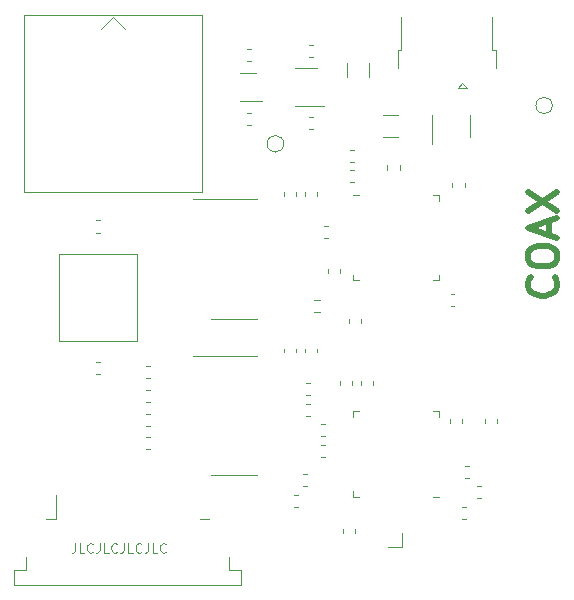
<source format=gbr>
G04 #@! TF.GenerationSoftware,KiCad,Pcbnew,5.1.7*
G04 #@! TF.CreationDate,2020-11-02T19:08:24-06:00*
G04 #@! TF.ProjectId,pcb,7063622e-6b69-4636-9164-5f7063625858,rev?*
G04 #@! TF.SameCoordinates,Original*
G04 #@! TF.FileFunction,Legend,Top*
G04 #@! TF.FilePolarity,Positive*
%FSLAX46Y46*%
G04 Gerber Fmt 4.6, Leading zero omitted, Abs format (unit mm)*
G04 Created by KiCad (PCBNEW 5.1.7) date 2020-11-02 19:08:24*
%MOMM*%
%LPD*%
G01*
G04 APERTURE LIST*
%ADD10C,0.500000*%
%ADD11C,0.100000*%
%ADD12C,0.120000*%
G04 APERTURE END LIST*
D10*
X69142857Y-82547619D02*
X69261904Y-82666666D01*
X69380952Y-83023809D01*
X69380952Y-83261904D01*
X69261904Y-83619047D01*
X69023809Y-83857142D01*
X68785714Y-83976190D01*
X68309523Y-84095238D01*
X67952380Y-84095238D01*
X67476190Y-83976190D01*
X67238095Y-83857142D01*
X67000000Y-83619047D01*
X66880952Y-83261904D01*
X66880952Y-83023809D01*
X67000000Y-82666666D01*
X67119047Y-82547619D01*
X66880952Y-81000000D02*
X66880952Y-80523809D01*
X67000000Y-80285714D01*
X67238095Y-80047619D01*
X67714285Y-79928571D01*
X68547619Y-79928571D01*
X69023809Y-80047619D01*
X69261904Y-80285714D01*
X69380952Y-80523809D01*
X69380952Y-81000000D01*
X69261904Y-81238095D01*
X69023809Y-81476190D01*
X68547619Y-81595238D01*
X67714285Y-81595238D01*
X67238095Y-81476190D01*
X67000000Y-81238095D01*
X66880952Y-81000000D01*
X68666666Y-78976190D02*
X68666666Y-77785714D01*
X69380952Y-79214285D02*
X66880952Y-78380952D01*
X69380952Y-77547619D01*
X66880952Y-76952380D02*
X69380952Y-75285714D01*
X66880952Y-75285714D02*
X69380952Y-76952380D01*
D11*
X28554761Y-105061904D02*
X28554761Y-105633333D01*
X28516666Y-105747619D01*
X28440476Y-105823809D01*
X28326190Y-105861904D01*
X28250000Y-105861904D01*
X29316666Y-105861904D02*
X28935714Y-105861904D01*
X28935714Y-105061904D01*
X30040476Y-105785714D02*
X30002380Y-105823809D01*
X29888095Y-105861904D01*
X29811904Y-105861904D01*
X29697619Y-105823809D01*
X29621428Y-105747619D01*
X29583333Y-105671428D01*
X29545238Y-105519047D01*
X29545238Y-105404761D01*
X29583333Y-105252380D01*
X29621428Y-105176190D01*
X29697619Y-105100000D01*
X29811904Y-105061904D01*
X29888095Y-105061904D01*
X30002380Y-105100000D01*
X30040476Y-105138095D01*
X30611904Y-105061904D02*
X30611904Y-105633333D01*
X30573809Y-105747619D01*
X30497619Y-105823809D01*
X30383333Y-105861904D01*
X30307142Y-105861904D01*
X31373809Y-105861904D02*
X30992857Y-105861904D01*
X30992857Y-105061904D01*
X32097619Y-105785714D02*
X32059523Y-105823809D01*
X31945238Y-105861904D01*
X31869047Y-105861904D01*
X31754761Y-105823809D01*
X31678571Y-105747619D01*
X31640476Y-105671428D01*
X31602380Y-105519047D01*
X31602380Y-105404761D01*
X31640476Y-105252380D01*
X31678571Y-105176190D01*
X31754761Y-105100000D01*
X31869047Y-105061904D01*
X31945238Y-105061904D01*
X32059523Y-105100000D01*
X32097619Y-105138095D01*
X32669047Y-105061904D02*
X32669047Y-105633333D01*
X32630952Y-105747619D01*
X32554761Y-105823809D01*
X32440476Y-105861904D01*
X32364285Y-105861904D01*
X33430952Y-105861904D02*
X33050000Y-105861904D01*
X33050000Y-105061904D01*
X34154761Y-105785714D02*
X34116666Y-105823809D01*
X34002380Y-105861904D01*
X33926190Y-105861904D01*
X33811904Y-105823809D01*
X33735714Y-105747619D01*
X33697619Y-105671428D01*
X33659523Y-105519047D01*
X33659523Y-105404761D01*
X33697619Y-105252380D01*
X33735714Y-105176190D01*
X33811904Y-105100000D01*
X33926190Y-105061904D01*
X34002380Y-105061904D01*
X34116666Y-105100000D01*
X34154761Y-105138095D01*
X34726190Y-105061904D02*
X34726190Y-105633333D01*
X34688095Y-105747619D01*
X34611904Y-105823809D01*
X34497619Y-105861904D01*
X34421428Y-105861904D01*
X35488095Y-105861904D02*
X35107142Y-105861904D01*
X35107142Y-105061904D01*
X36211904Y-105785714D02*
X36173809Y-105823809D01*
X36059523Y-105861904D01*
X35983333Y-105861904D01*
X35869047Y-105823809D01*
X35792857Y-105747619D01*
X35754761Y-105671428D01*
X35716666Y-105519047D01*
X35716666Y-105404761D01*
X35754761Y-105252380D01*
X35792857Y-105176190D01*
X35869047Y-105100000D01*
X35983333Y-105061904D01*
X36059523Y-105061904D01*
X36173809Y-105100000D01*
X36211904Y-105138095D01*
D12*
X62010000Y-70650000D02*
X62010000Y-68850000D01*
X58790000Y-68850000D02*
X58790000Y-71300000D01*
X56210500Y-105405000D02*
X56210500Y-104198500D01*
X55004000Y-105405000D02*
X56210500Y-105405000D01*
X52565000Y-101110000D02*
X52090000Y-101110000D01*
X52090000Y-101110000D02*
X52090000Y-100635000D01*
X58835000Y-93890000D02*
X59310000Y-93890000D01*
X59310000Y-93890000D02*
X59310000Y-94365000D01*
X52565000Y-93890000D02*
X52090000Y-93890000D01*
X52090000Y-93890000D02*
X52090000Y-94365000D01*
X58835000Y-101110000D02*
X59310000Y-101110000D01*
X54977500Y-73487258D02*
X54977500Y-73012742D01*
X56022500Y-73487258D02*
X56022500Y-73012742D01*
X41600000Y-106250000D02*
X41600000Y-107300000D01*
X41600000Y-107300000D02*
X42600000Y-107300000D01*
X42600000Y-107300000D02*
X42600000Y-108600000D01*
X42600000Y-108600000D02*
X23400000Y-108600000D01*
X23400000Y-108600000D02*
X23400000Y-107300000D01*
X23400000Y-107300000D02*
X24400000Y-107300000D01*
X24400000Y-107300000D02*
X24400000Y-106250000D01*
X26100000Y-103000000D02*
X26900000Y-103000000D01*
X26900000Y-103000000D02*
X26900000Y-101000000D01*
X39100000Y-103000000D02*
X39900000Y-103000000D01*
X68950000Y-68000000D02*
G75*
G03*
X68950000Y-68000000I-700000J0D01*
G01*
X46200000Y-71250000D02*
G75*
G03*
X46200000Y-71250000I-700000J0D01*
G01*
X47260000Y-88912779D02*
X47260000Y-88587221D01*
X46240000Y-88912779D02*
X46240000Y-88587221D01*
X49010000Y-88912779D02*
X49010000Y-88587221D01*
X47990000Y-88912779D02*
X47990000Y-88587221D01*
X48762742Y-85522500D02*
X49237258Y-85522500D01*
X48762742Y-84477500D02*
X49237258Y-84477500D01*
X52260000Y-104162779D02*
X52260000Y-103837221D01*
X51240000Y-104162779D02*
X51240000Y-103837221D01*
X61325000Y-66111000D02*
X61725000Y-66561000D01*
X61725000Y-66561000D02*
X60925000Y-66561000D01*
X60925000Y-66561000D02*
X61325000Y-66111000D01*
X56175000Y-60511000D02*
X56175000Y-63311000D01*
X56175000Y-63311000D02*
X55875000Y-63311000D01*
X55875000Y-63311000D02*
X55875000Y-64861000D01*
X63875000Y-60511000D02*
X63875000Y-63311000D01*
X64175000Y-63311000D02*
X63875000Y-63311000D01*
X64175000Y-63311000D02*
X64175000Y-64861000D01*
X47412779Y-102010000D02*
X47087221Y-102010000D01*
X47412779Y-100990000D02*
X47087221Y-100990000D01*
X49662779Y-96740000D02*
X49337221Y-96740000D01*
X49662779Y-97760000D02*
X49337221Y-97760000D01*
X49337221Y-96010000D02*
X49662779Y-96010000D01*
X49337221Y-94990000D02*
X49662779Y-94990000D01*
X63240000Y-94587221D02*
X63240000Y-94912779D01*
X64260000Y-94587221D02*
X64260000Y-94912779D01*
X51740000Y-86087221D02*
X51740000Y-86412779D01*
X52760000Y-86087221D02*
X52760000Y-86412779D01*
X60240000Y-94587221D02*
X60240000Y-94912779D01*
X61260000Y-94587221D02*
X61260000Y-94912779D01*
X30337221Y-78760000D02*
X30662779Y-78760000D01*
X30337221Y-77740000D02*
X30662779Y-77740000D01*
X30662779Y-89740000D02*
X30337221Y-89740000D01*
X30662779Y-90760000D02*
X30337221Y-90760000D01*
X34537221Y-97110000D02*
X34862779Y-97110000D01*
X34537221Y-96090000D02*
X34862779Y-96090000D01*
X34537221Y-95110000D02*
X34862779Y-95110000D01*
X34537221Y-94090000D02*
X34862779Y-94090000D01*
X34862779Y-90090000D02*
X34537221Y-90090000D01*
X34862779Y-91110000D02*
X34537221Y-91110000D01*
X34537221Y-93110000D02*
X34862779Y-93110000D01*
X34537221Y-92090000D02*
X34862779Y-92090000D01*
X53760000Y-91662779D02*
X53760000Y-91337221D01*
X52740000Y-91662779D02*
X52740000Y-91337221D01*
X48162779Y-99240000D02*
X47837221Y-99240000D01*
X48162779Y-100260000D02*
X47837221Y-100260000D01*
X52010000Y-91662779D02*
X52010000Y-91337221D01*
X50990000Y-91662779D02*
X50990000Y-91337221D01*
X61337221Y-103010000D02*
X61662779Y-103010000D01*
X61337221Y-101990000D02*
X61662779Y-101990000D01*
X61587221Y-99510000D02*
X61912779Y-99510000D01*
X61587221Y-98490000D02*
X61912779Y-98490000D01*
X62587221Y-101260000D02*
X62912779Y-101260000D01*
X62587221Y-100240000D02*
X62912779Y-100240000D01*
X49912779Y-78240000D02*
X49587221Y-78240000D01*
X49912779Y-79260000D02*
X49587221Y-79260000D01*
X48412779Y-91490000D02*
X48087221Y-91490000D01*
X48412779Y-92510000D02*
X48087221Y-92510000D01*
X48412779Y-93240000D02*
X48087221Y-93240000D01*
X48412779Y-94260000D02*
X48087221Y-94260000D01*
X52162779Y-73490000D02*
X51837221Y-73490000D01*
X52162779Y-74510000D02*
X51837221Y-74510000D01*
X61510000Y-74912779D02*
X61510000Y-74587221D01*
X60490000Y-74912779D02*
X60490000Y-74587221D01*
X60337221Y-85010000D02*
X60662779Y-85010000D01*
X60337221Y-83990000D02*
X60662779Y-83990000D01*
X49990000Y-81837221D02*
X49990000Y-82162779D01*
X51010000Y-81837221D02*
X51010000Y-82162779D01*
X52162779Y-71740000D02*
X51837221Y-71740000D01*
X52162779Y-72760000D02*
X51837221Y-72760000D01*
X43133621Y-69644800D02*
X43459179Y-69644800D01*
X43133621Y-68624800D02*
X43459179Y-68624800D01*
X43459179Y-63240000D02*
X43133621Y-63240000D01*
X43459179Y-64260000D02*
X43133621Y-64260000D01*
X48337221Y-70010000D02*
X48662779Y-70010000D01*
X48337221Y-68990000D02*
X48662779Y-68990000D01*
X48662779Y-62913800D02*
X48337221Y-62913800D01*
X48662779Y-63933800D02*
X48337221Y-63933800D01*
X49010000Y-75662779D02*
X49010000Y-75337221D01*
X47990000Y-75662779D02*
X47990000Y-75337221D01*
X47260000Y-75662779D02*
X47260000Y-75337221D01*
X46240000Y-75662779D02*
X46240000Y-75337221D01*
X52565000Y-75590000D02*
X52090000Y-75590000D01*
X59310000Y-82810000D02*
X59310000Y-82335000D01*
X58835000Y-82810000D02*
X59310000Y-82810000D01*
X52090000Y-82810000D02*
X52090000Y-82335000D01*
X52565000Y-82810000D02*
X52090000Y-82810000D01*
X59310000Y-75590000D02*
X59310000Y-76065000D01*
X58835000Y-75590000D02*
X59310000Y-75590000D01*
X42476400Y-67602400D02*
X44376400Y-67602400D01*
X43876400Y-65282400D02*
X42476400Y-65282400D01*
X48980000Y-64851900D02*
X47180000Y-64851900D01*
X47180000Y-68071900D02*
X49630000Y-68071900D01*
X53410000Y-64397936D02*
X53410000Y-65602064D01*
X51590000Y-64397936D02*
X51590000Y-65602064D01*
X54647936Y-68840000D02*
X55852064Y-68840000D01*
X54647936Y-70660000D02*
X55852064Y-70660000D01*
X42000000Y-89190000D02*
X38550000Y-89190000D01*
X42000000Y-89190000D02*
X43950000Y-89190000D01*
X42000000Y-99310000D02*
X40050000Y-99310000D01*
X42000000Y-99310000D02*
X43950000Y-99310000D01*
X42000000Y-75940000D02*
X38550000Y-75940000D01*
X42000000Y-75940000D02*
X43950000Y-75940000D01*
X42000000Y-86060000D02*
X40050000Y-86060000D01*
X42000000Y-86060000D02*
X43950000Y-86060000D01*
X31750000Y-60500000D02*
X32750000Y-61500000D01*
X31750000Y-60500000D02*
X30750000Y-61500000D01*
X24250000Y-75300000D02*
X24250000Y-60300000D01*
X39250000Y-75300000D02*
X24250000Y-75300000D01*
X39250000Y-60300000D02*
X39250000Y-75300000D01*
X24250000Y-60300000D02*
X39250000Y-60300000D01*
X33810000Y-87915000D02*
X33810000Y-80585000D01*
X27190000Y-80585000D02*
X33810000Y-80585000D01*
X27190000Y-87915000D02*
X33810000Y-87915000D01*
X27190000Y-80585000D02*
X27190000Y-87915000D01*
M02*

</source>
